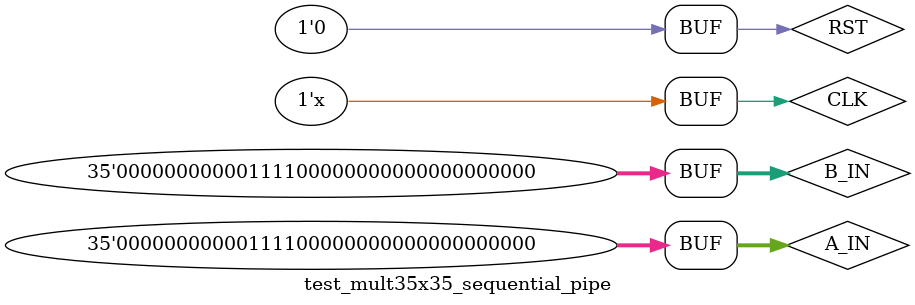
<source format=v>
`timescale 1ns/1ps

module test_mult35x35_sequential_pipe;

parameter CLK_PERIOD = 10;

	
reg           CLK, RST;
reg   [34:0]  A_IN;
reg   [34:0]  B_IN;
wire  [69:0]  PROD_OUT;



mult35x35_sequential_pipe test(.CLK(CLK), .RST(RST), .A_IN(A_IN), .B_IN(B_IN), .PROD_OUT(PROD_OUT));



initial 
begin
CLK <= 1'b0;
RST <= 1'b1;
#20 RST <= 1'b0;
end

initial 
begin


end


always
#(CLK_PERIOD/2) CLK = ~CLK;

initial
begin

#15 A_IN <= 35'd512; 
#65 A_IN <= 35'd2020;
#65 A_IN <= 35'd10;
#65 A_IN <= 35'd1115;
#65 A_IN <= 35'hf00000;
end

initial
begin

#15 B_IN <= 35'd512; 
#65 B_IN <= 35'd2020;
#65 B_IN <= 35'd10;
#65 B_IN <= 35'd1115;
#65 B_IN <= 35'hf00000;
end




initial 

$monitor ($time, "clk=%b", CLK, " PROD_OUT = %h", PROD_OUT);
endmodule



</source>
